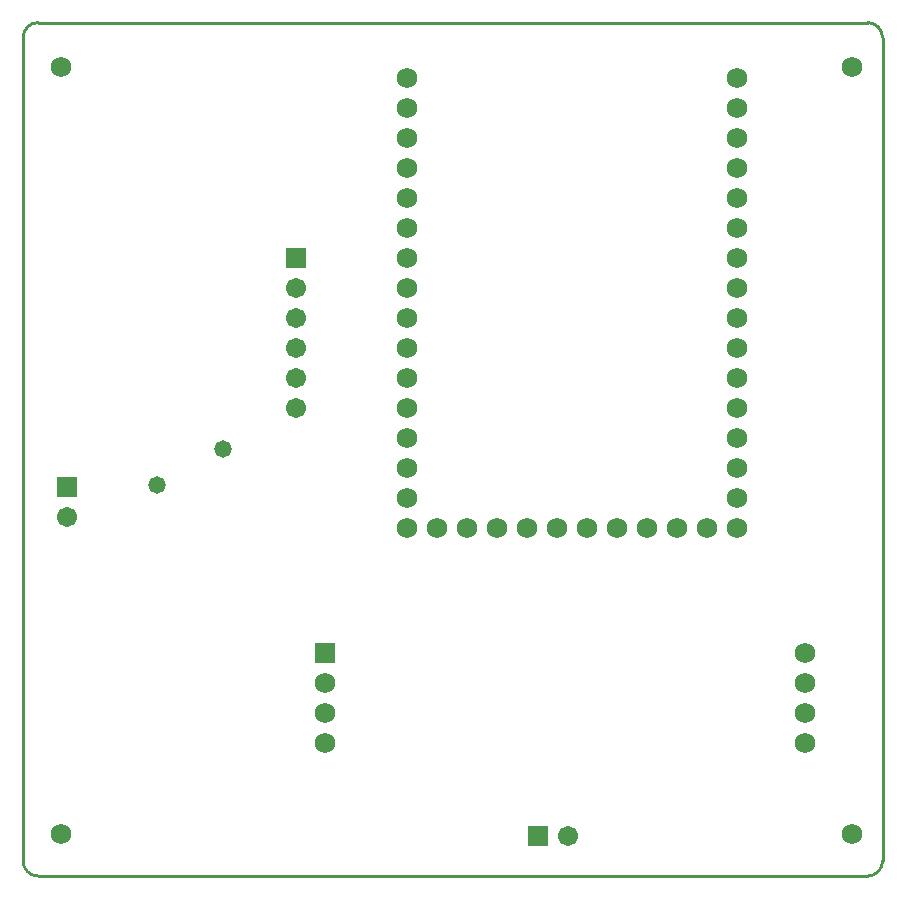
<source format=gbs>
G04 Layer_Color=16711935*
%FSLAX25Y25*%
%MOIN*%
G70*
G01*
G75*
%ADD14C,0.01000*%
%ADD27C,0.06800*%
%ADD28R,0.06800X0.06800*%
%ADD29C,0.06706*%
%ADD30R,0.06706X0.06706*%
%ADD31R,0.06706X0.06706*%
%ADD32C,0.05800*%
D14*
X392000Y395500D02*
G03*
X387000Y400500I-5000J0D01*
G01*
Y116000D02*
G03*
X392000Y121000I0J5000D01*
G01*
X105500D02*
G03*
X110500Y116000I5000J0D01*
G01*
Y400500D02*
G03*
X105500Y395500I0J-5000D01*
G01*
X280000Y400500D02*
X387000D01*
X392000Y121000D02*
Y395500D01*
X110500Y116000D02*
X387000D01*
X105500Y121000D02*
Y395500D01*
X110500Y400500D02*
X281500D01*
D27*
X366000Y190500D02*
D03*
Y180500D02*
D03*
Y170500D02*
D03*
Y160500D02*
D03*
X206000D02*
D03*
Y170500D02*
D03*
Y180500D02*
D03*
X343500Y382000D02*
D03*
Y372000D02*
D03*
Y362000D02*
D03*
Y352000D02*
D03*
Y342000D02*
D03*
Y332000D02*
D03*
Y322000D02*
D03*
Y312000D02*
D03*
Y302000D02*
D03*
Y292000D02*
D03*
Y282000D02*
D03*
Y272000D02*
D03*
Y262000D02*
D03*
Y252000D02*
D03*
Y242000D02*
D03*
Y232000D02*
D03*
X333500D02*
D03*
X323500D02*
D03*
X313500D02*
D03*
X303500D02*
D03*
X293500D02*
D03*
X283500D02*
D03*
X273500D02*
D03*
X263500D02*
D03*
X253500D02*
D03*
X243500D02*
D03*
X233500Y382000D02*
D03*
Y372000D02*
D03*
Y362000D02*
D03*
Y352000D02*
D03*
Y342000D02*
D03*
Y332000D02*
D03*
Y322000D02*
D03*
Y312000D02*
D03*
Y302000D02*
D03*
Y292000D02*
D03*
Y282000D02*
D03*
Y272000D02*
D03*
Y262000D02*
D03*
Y252000D02*
D03*
Y242000D02*
D03*
Y232000D02*
D03*
X118110Y129921D02*
D03*
X381890D02*
D03*
X118110Y385827D02*
D03*
X381890D02*
D03*
D28*
X206000Y190500D02*
D03*
D29*
X120000Y235650D02*
D03*
X196500Y272047D02*
D03*
Y282047D02*
D03*
Y292047D02*
D03*
Y302047D02*
D03*
Y312047D02*
D03*
X287000Y129500D02*
D03*
D30*
X120000Y245650D02*
D03*
X196500Y322047D02*
D03*
D31*
X277000Y129500D02*
D03*
D32*
X150000Y246500D02*
D03*
X172000Y258500D02*
D03*
M02*

</source>
